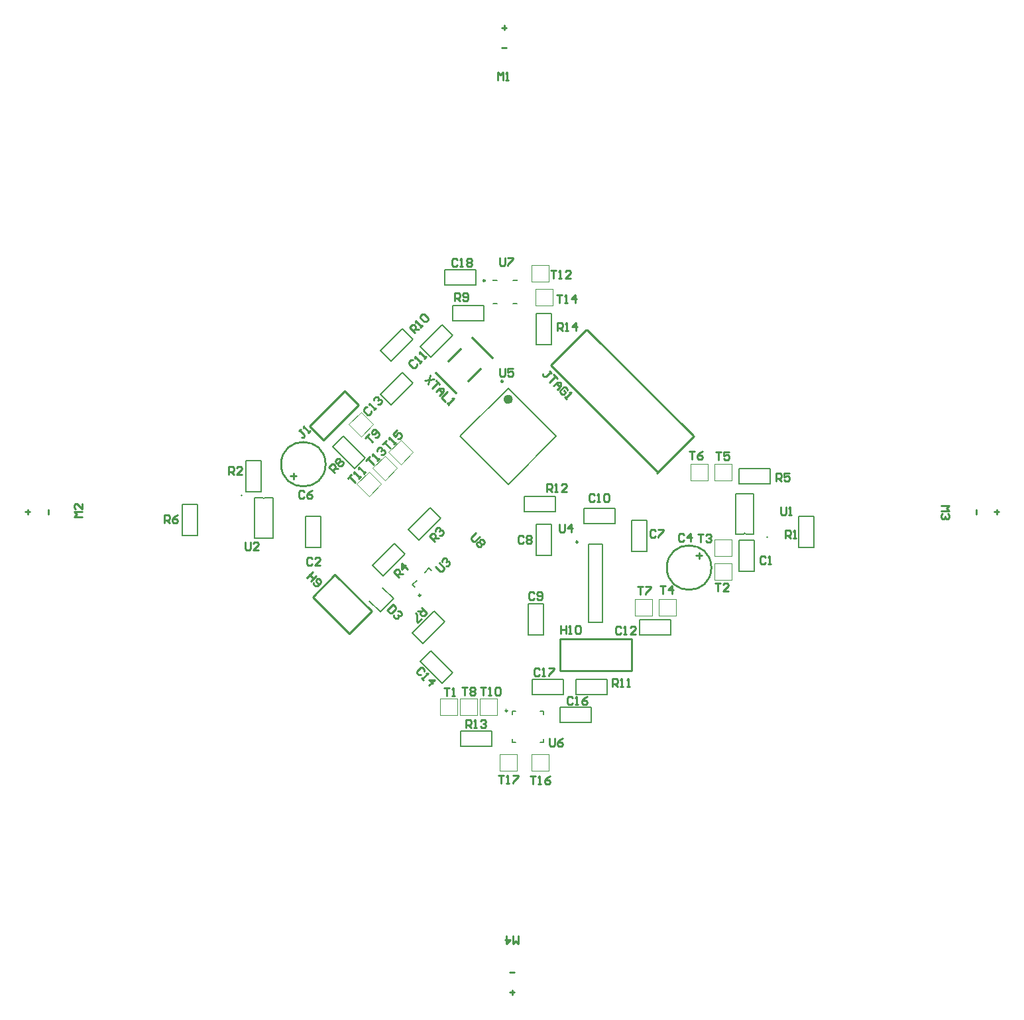
<source format=gto>
%FSLAX25Y25*%
%MOIN*%
G70*
G01*
G75*
%ADD10C,0.03000*%
%ADD11C,0.02000*%
%ADD12C,0.06000*%
G04:AMPARAMS|DCode=13|XSize=70mil|YSize=63mil|CornerRadius=0mil|HoleSize=0mil|Usage=FLASHONLY|Rotation=225.000|XOffset=0mil|YOffset=0mil|HoleType=Round|Shape=Rectangle|*
%AMROTATEDRECTD13*
4,1,4,0.00248,0.04702,0.04702,0.00248,-0.00248,-0.04702,-0.04702,-0.00248,0.00248,0.04702,0.0*
%
%ADD13ROTATEDRECTD13*%

G04:AMPARAMS|DCode=14|XSize=9.84mil|YSize=61.02mil|CornerRadius=0mil|HoleSize=0mil|Usage=FLASHONLY|Rotation=45.000|XOffset=0mil|YOffset=0mil|HoleType=Round|Shape=Round|*
%AMOVALD14*
21,1,0.05118,0.00984,0.00000,0.00000,135.0*
1,1,0.00984,0.01810,-0.01810*
1,1,0.00984,-0.01810,0.01810*
%
%ADD14OVALD14*%

G04:AMPARAMS|DCode=15|XSize=9.84mil|YSize=61.02mil|CornerRadius=0mil|HoleSize=0mil|Usage=FLASHONLY|Rotation=315.000|XOffset=0mil|YOffset=0mil|HoleType=Round|Shape=Round|*
%AMOVALD15*
21,1,0.05118,0.00984,0.00000,0.00000,45.0*
1,1,0.00984,-0.01810,-0.01810*
1,1,0.00984,0.01810,0.01810*
%
%ADD15OVALD15*%

%ADD16O,0.01181X0.05118*%
%ADD17O,0.05118X0.01181*%
%ADD18R,0.05118X0.01181*%
%ADD19O,0.08661X0.02362*%
G04:AMPARAMS|DCode=20|XSize=23.62mil|YSize=62.99mil|CornerRadius=0mil|HoleSize=0mil|Usage=FLASHONLY|Rotation=225.000|XOffset=0mil|YOffset=0mil|HoleType=Round|Shape=Rectangle|*
%AMROTATEDRECTD20*
4,1,4,-0.01392,0.03062,0.03062,-0.01392,0.01392,-0.03062,-0.03062,0.01392,-0.01392,0.03062,0.0*
%
%ADD20ROTATEDRECTD20*%

G04:AMPARAMS|DCode=21|XSize=55.12mil|YSize=66.93mil|CornerRadius=0mil|HoleSize=0mil|Usage=FLASHONLY|Rotation=225.000|XOffset=0mil|YOffset=0mil|HoleType=Round|Shape=Rectangle|*
%AMROTATEDRECTD21*
4,1,4,-0.00418,0.04315,0.04315,-0.00418,0.00418,-0.04315,-0.04315,0.00418,-0.00418,0.04315,0.0*
%
%ADD21ROTATEDRECTD21*%

%ADD22R,0.05118X0.00984*%
%ADD23O,0.05118X0.00984*%
%ADD24O,0.00984X0.05118*%
%ADD25R,0.06299X0.01181*%
%ADD26O,0.06299X0.01181*%
%ADD27R,0.09843X0.09843*%
%ADD28R,0.05118X0.04134*%
%ADD29R,0.26575X0.05118*%
%ADD30R,0.04134X0.05118*%
G04:AMPARAMS|DCode=31|XSize=41.34mil|YSize=51.18mil|CornerRadius=0mil|HoleSize=0mil|Usage=FLASHONLY|Rotation=225.000|XOffset=0mil|YOffset=0mil|HoleType=Round|Shape=Rectangle|*
%AMROTATEDRECTD31*
4,1,4,-0.00348,0.03271,0.03271,-0.00348,0.00348,-0.03271,-0.03271,0.00348,-0.00348,0.03271,0.0*
%
%ADD31ROTATEDRECTD31*%

G04:AMPARAMS|DCode=32|XSize=41.34mil|YSize=51.18mil|CornerRadius=0mil|HoleSize=0mil|Usage=FLASHONLY|Rotation=135.000|XOffset=0mil|YOffset=0mil|HoleType=Round|Shape=Rectangle|*
%AMROTATEDRECTD32*
4,1,4,0.03271,0.00348,-0.00348,-0.03271,-0.03271,-0.00348,0.00348,0.03271,0.03271,0.00348,0.0*
%
%ADD32ROTATEDRECTD32*%

%ADD33R,0.05118X0.26575*%
%ADD34C,0.07000*%
%ADD35C,0.01200*%
%ADD36C,0.04000*%
%ADD37C,0.01500*%
%ADD38C,0.01000*%
%ADD39C,0.02500*%
%ADD40C,0.01400*%
%ADD41P,0.08485X4X360.0*%
%ADD42C,0.06000*%
%ADD43R,0.06000X0.06000*%
%ADD44P,0.08485X4X270.0*%
%ADD45P,0.09900X4X180.0*%
%ADD46C,0.07000*%
%ADD47R,0.06000X0.06000*%
%ADD48C,0.27559*%
%ADD49C,0.06693*%
%ADD50C,0.05000*%
%ADD51C,0.05000*%
%ADD52C,0.02100*%
G04:AMPARAMS|DCode=53|XSize=51mil|YSize=55mil|CornerRadius=0mil|HoleSize=0mil|Usage=FLASHONLY|Rotation=45.000|XOffset=0mil|YOffset=0mil|HoleType=Round|Shape=Rectangle|*
%AMROTATEDRECTD53*
4,1,4,0.00141,-0.03748,-0.03748,0.00141,-0.00141,0.03748,0.03748,-0.00141,0.00141,-0.03748,0.0*
%
%ADD53ROTATEDRECTD53*%

%ADD54R,0.05100X0.05500*%
%ADD55C,0.03937*%
%ADD56C,0.01800*%
%ADD57C,0.07874*%
%ADD58C,0.00984*%
%ADD59C,0.02362*%
%ADD60C,0.00787*%
%ADD61C,0.01181*%
%ADD62C,0.00394*%
%ADD63C,0.00900*%
D38*
X610180Y518000D02*
G03*
X610180Y518000I-11180J0D01*
G01*
X804180Y466000D02*
G03*
X804180Y466000I-11180J0D01*
G01*
X832100Y481500D02*
Y481600D01*
X728000Y414000D02*
Y430000D01*
Y430098D02*
X764000Y430098D01*
X728000Y414098D02*
X764000D01*
X764000Y430098D02*
X764000Y414098D01*
X614929Y462385D02*
X633314Y444000D01*
X603615Y451071D02*
X614929Y462385D01*
X603615Y451071D02*
X622000Y432686D01*
X633314Y444000D01*
X619768Y554839D02*
X626839Y547768D01*
X609161Y530090D02*
X626839Y547768D01*
X602090Y537161D02*
X609161Y530090D01*
X602090Y537161D02*
X603858Y538929D01*
X619768Y554839D01*
X723542Y567709D02*
X777282Y513969D01*
X723542Y567709D02*
X741220Y585387D01*
X741927D01*
X794960Y532353D01*
X776929Y513615D02*
X795314Y532000D01*
X594000Y512500D02*
Y513500D01*
X592500Y512000D02*
X595500D01*
X594000Y510500D02*
Y513000D01*
X702819Y252378D02*
X705181D01*
X704000Y251197D02*
Y253559D01*
X702819Y262614D02*
X705181D01*
X798000Y471500D02*
X798000Y470500D01*
X796500Y472000D02*
X799500Y472000D01*
X798000Y471000D02*
Y473500D01*
X567900Y502500D02*
X567900Y502400D01*
X937386Y492819D02*
Y495181D01*
X946441Y494000D02*
X948803D01*
X947622Y492819D02*
Y495181D01*
X460378Y492819D02*
Y495181D01*
X459197Y494000D02*
X461559D01*
X470614Y492819D02*
Y495181D01*
X698819Y727386D02*
X701181D01*
X700000Y736441D02*
Y738803D01*
X698819Y737622D02*
X701181D01*
D58*
X699430Y559700D02*
G03*
X699430Y559700I-492J0D01*
G01*
X701567Y394071D02*
G03*
X701567Y394071I-492J0D01*
G01*
X737043Y478847D02*
G03*
X737043Y478847I-492J0D01*
G01*
X657934Y452094D02*
G03*
X657934Y452094I-492J0D01*
G01*
X690362Y610409D02*
G03*
X690362Y610409I-492J0D01*
G01*
D59*
X703181Y550652D02*
G03*
X703181Y550652I-1181J0D01*
G01*
D60*
X821616Y482721D02*
G03*
X820337Y482721I-640J0D01*
G01*
X578384Y501280D02*
G03*
X579663Y501280I640J0D01*
G01*
X638733Y455949D02*
X644300Y450381D01*
X637619Y443700D02*
X644300Y450381D01*
X632051Y449267D02*
X637619Y443700D01*
X677780Y532000D02*
X702000Y556220D01*
Y507780D02*
X726220Y532000D01*
X702000Y556220D02*
X726220Y532000D01*
X677780D02*
X702000Y507780D01*
X704126Y378126D02*
Y379898D01*
Y378126D02*
X705898D01*
X718102D02*
X719874D01*
Y379898D01*
Y392102D02*
Y393874D01*
X718102D02*
X719874D01*
X704126D02*
X705898D01*
X704126Y392102D02*
Y393874D01*
X742457Y438315D02*
Y477685D01*
X749544D02*
X749544Y438315D01*
X742457Y477685D02*
X749544D01*
X742457Y438315D02*
X749544Y438315D01*
X659947Y463508D02*
X662174Y465735D01*
X663288Y464622D01*
X653822Y457383D02*
X656049Y459611D01*
X653822Y457383D02*
X654936Y456270D01*
X694594Y610605D02*
Y610704D01*
Y610605D02*
X696465D01*
X704535D02*
X706405D01*
Y610704D01*
Y598696D02*
Y598795D01*
X704535D02*
X706405D01*
X694594D02*
X696465D01*
X694594Y598696D02*
Y598795D01*
X821616Y482721D02*
X825563Y482720D01*
X816390Y482721D02*
X820337Y482720D01*
X816390Y482721D02*
X816390Y503193D01*
X825563D01*
X825563Y482720D01*
X818260Y464126D02*
X822000D01*
X818260D02*
Y479874D01*
X825740D01*
Y464126D02*
Y479874D01*
X822000Y464126D02*
X825740D01*
X720000Y593874D02*
X723740D01*
Y578126D02*
Y593874D01*
X716260Y578126D02*
X723740D01*
X716260D02*
Y593874D01*
X720000D01*
X574437Y480807D02*
X574437Y501279D01*
X574437Y480807D02*
X583610Y480807D01*
X583610Y501279D02*
X583610Y480807D01*
X579663Y501280D02*
X583610Y501279D01*
X574437D02*
X578384Y501279D01*
X604000Y491874D02*
X607740D01*
Y476126D02*
Y491874D01*
X600260Y476126D02*
X607740D01*
X600260D02*
Y491874D01*
X604000D01*
X764260Y474126D02*
X768000D01*
X764260D02*
Y489874D01*
X771740D01*
Y474126D02*
Y489874D01*
X768000Y474126D02*
X771740D01*
X716260Y472126D02*
X720000D01*
X716260D02*
Y487874D01*
X723740D01*
Y472126D02*
Y487874D01*
X720000Y472126D02*
X723740D01*
X712260Y432126D02*
X716000D01*
X712260D02*
Y447874D01*
X719740D01*
Y432126D02*
Y447874D01*
X716000Y432126D02*
X719740D01*
X755874Y488260D02*
Y492000D01*
X740126Y488260D02*
X755874D01*
X740126D02*
Y495740D01*
X755874D01*
Y492000D02*
Y495740D01*
X671568Y585568D02*
X674213Y582923D01*
X663077Y571788D02*
X674213Y582923D01*
X657788Y577077D02*
X663077Y571788D01*
X657788Y577077D02*
X668923Y588212D01*
X671568Y585568D01*
X768126Y436000D02*
Y439740D01*
X783874D01*
Y432260D02*
Y439740D01*
X768126Y432260D02*
X783874D01*
X768126D02*
Y436000D01*
X651568Y561568D02*
X654213Y558923D01*
X643077Y547788D02*
X654213Y558923D01*
X637787Y553077D02*
X643077Y547788D01*
X637787Y553077D02*
X648923Y564213D01*
X651568Y561568D01*
X668923Y407788D02*
X671568Y410432D01*
X657788Y418923D02*
X668923Y407788D01*
X657788Y418923D02*
X663077Y424213D01*
X674213Y413077D01*
X671568Y410432D02*
X674213Y413077D01*
X728126Y392000D02*
Y395740D01*
X743874D01*
Y388260D02*
Y395740D01*
X728126Y388260D02*
X743874D01*
X728126D02*
Y392000D01*
X729874Y402260D02*
Y406000D01*
X714126Y402260D02*
X729874D01*
X714126D02*
Y409740D01*
X729874D01*
Y406000D02*
Y409740D01*
X685874Y608260D02*
Y612000D01*
X670126Y608260D02*
X685874D01*
X670126D02*
Y615740D01*
X685874D01*
Y612000D02*
Y615740D01*
X852000Y491874D02*
X855740D01*
Y476126D02*
Y491874D01*
X848260Y476126D02*
X855740D01*
X848260D02*
Y491874D01*
X852000D01*
X570260Y504126D02*
X574000D01*
X570260D02*
Y519874D01*
X577740D01*
Y504126D02*
Y519874D01*
X574000Y504126D02*
X577740D01*
X665568Y493568D02*
X668213Y490923D01*
X657077Y479787D02*
X668213Y490923D01*
X651788Y485077D02*
X657077Y479787D01*
X651788Y485077D02*
X662923Y496212D01*
X665568Y493568D01*
X647568Y475568D02*
X650212Y472923D01*
X639077Y461788D02*
X650212Y472923D01*
X633787Y467077D02*
X639077Y461788D01*
X633787Y467077D02*
X644923Y478212D01*
X647568Y475568D01*
X818126Y512000D02*
Y515740D01*
X833874D01*
Y508260D02*
Y515740D01*
X818126Y508260D02*
X833874D01*
X818126D02*
Y512000D01*
X538260Y482126D02*
X542000D01*
X538260D02*
Y497874D01*
X545740D01*
Y482126D02*
Y497874D01*
X542000Y482126D02*
X545740D01*
X667568Y441568D02*
X670213Y438923D01*
X659077Y427787D02*
X670213Y438923D01*
X653788Y433077D02*
X659077Y427787D01*
X653788Y433077D02*
X664923Y444212D01*
X667568Y441568D01*
X616432Y529568D02*
X619077Y532212D01*
X630212Y521077D01*
X624923Y515788D02*
X630212Y521077D01*
X613788Y526923D02*
X624923Y515788D01*
X613788Y526923D02*
X616432Y529568D01*
X689874Y590260D02*
Y594000D01*
X674126Y590260D02*
X689874D01*
X674126D02*
Y597740D01*
X689874D01*
Y594000D02*
Y597740D01*
X651568Y583568D02*
X654213Y580923D01*
X643077Y569788D02*
X654213Y580923D01*
X637787Y575077D02*
X643077Y569788D01*
X637787Y575077D02*
X648923Y586212D01*
X651568Y583568D01*
X736126Y406000D02*
Y409740D01*
X751874D01*
Y402260D02*
Y409740D01*
X736126Y402260D02*
X751874D01*
X736126D02*
Y406000D01*
X725874Y494260D02*
Y498000D01*
X710126Y494260D02*
X725874D01*
X710126D02*
Y501740D01*
X725874D01*
Y498000D02*
Y501740D01*
X693874Y376260D02*
Y380000D01*
X678126Y376260D02*
X693874D01*
X678126D02*
Y383740D01*
X693874D01*
Y380000D02*
Y383740D01*
D61*
X681930Y559696D02*
X687985Y565751D01*
X672048Y569718D02*
X678103Y575773D01*
X684018Y581550D02*
X694040Y571527D01*
X665854Y563941D02*
X675876Y553919D01*
D62*
X706300Y363700D02*
Y372300D01*
X697700Y363700D02*
X706300D01*
X697700Y372300D02*
X706300D01*
X697700Y363700D02*
Y372300D01*
X802300Y518300D02*
X802300Y509700D01*
X793700D02*
X802300D01*
X793700Y518300D02*
X802300D01*
X793700Y509700D02*
X793700Y518300D01*
X805700Y509700D02*
X814300D01*
X805700D02*
Y518300D01*
X814300Y509700D02*
X814300Y518300D01*
X805700D02*
X814300D01*
X814300Y471700D02*
Y480300D01*
X805700Y471700D02*
X814300Y471700D01*
X805700Y480300D02*
X814300Y480300D01*
X805700Y471700D02*
X805700Y480300D01*
X805700Y459700D02*
X805700Y468300D01*
X814300D01*
X805700Y459700D02*
X814300Y459700D01*
X814300Y468300D01*
X722300Y363700D02*
Y372300D01*
X713700Y363700D02*
X722300D01*
X713700Y372300D02*
X722300D01*
X713700Y363700D02*
Y372300D01*
X667700Y391700D02*
X676300D01*
X667700D02*
Y400300D01*
X676300Y391700D02*
Y400300D01*
X667700D02*
X676300D01*
X677700Y391700D02*
X686300D01*
X677700D02*
Y400300D01*
X686300Y391700D02*
Y400300D01*
X677700D02*
X686300D01*
X696300Y391700D02*
Y400300D01*
X687700Y391700D02*
X696300D01*
X687700Y400300D02*
X696300D01*
X687700Y391700D02*
Y400300D01*
X722300Y609700D02*
Y618300D01*
X713700Y609700D02*
X722300D01*
X713700Y618300D02*
X722300D01*
X713700Y609700D02*
Y618300D01*
X724300Y597700D02*
Y606300D01*
X715700Y597700D02*
X724300D01*
X715700Y606300D02*
X724300D01*
X715700Y597700D02*
Y606300D01*
X765700Y441700D02*
X774300D01*
X765700D02*
Y450300D01*
X774300Y441700D02*
Y450300D01*
X765700D02*
X774300D01*
X777700Y441700D02*
X786300D01*
X777700D02*
Y450300D01*
X786300Y441700D02*
Y450300D01*
X777700D02*
X786300D01*
X633919Y516000D02*
X640000Y522081D01*
X646081Y516000D01*
X633919D02*
X640000Y509919D01*
X646081Y516000D01*
X648000Y530081D02*
X654081Y524000D01*
X648000Y517919D02*
X654081Y524000D01*
X641919D02*
X648000Y530081D01*
X641919Y524000D02*
X648000Y517919D01*
X628000Y531919D02*
X634081Y538000D01*
X621919D02*
X628000Y531919D01*
Y544081D02*
X634081Y538000D01*
X621919D02*
X628000Y544081D01*
X632000Y514081D02*
X638081Y508000D01*
X632000Y501919D02*
X638081Y508000D01*
X625919D02*
X632000Y514081D01*
X625919Y508000D02*
X632000Y501919D01*
D63*
X726700Y585300D02*
Y589299D01*
X728699D01*
X729366Y588632D01*
Y587299D01*
X728699Y586633D01*
X726700D01*
X728033D02*
X729366Y585300D01*
X730699D02*
X732032D01*
X731365D01*
Y589299D01*
X730699Y588632D01*
X736030Y585300D02*
Y589299D01*
X734031Y587299D01*
X736697D01*
X680800Y385500D02*
Y389499D01*
X682799D01*
X683466Y388832D01*
Y387499D01*
X682799Y386833D01*
X680800D01*
X682133D02*
X683466Y385500D01*
X684799D02*
X686132D01*
X685465D01*
Y389499D01*
X684799Y388832D01*
X688131D02*
X688797Y389499D01*
X690130D01*
X690797Y388832D01*
Y388166D01*
X690130Y387499D01*
X689464D01*
X690130D01*
X690797Y386833D01*
Y386166D01*
X690130Y385500D01*
X688797D01*
X688131Y386166D01*
X707151Y280809D02*
Y276810D01*
X705818Y278143D01*
X704485Y276810D01*
Y280809D01*
X701153D02*
Y276810D01*
X703152Y278809D01*
X700487D01*
X696900Y711100D02*
Y715099D01*
X698233Y713766D01*
X699566Y715099D01*
Y711100D01*
X700899D02*
X702232D01*
X701565D01*
Y715099D01*
X700899Y714432D01*
X487780Y491480D02*
X483781D01*
X485114Y492813D01*
X483781Y494145D01*
X487780D01*
Y498144D02*
Y495478D01*
X485114Y498144D01*
X484448D01*
X483781Y497478D01*
Y496145D01*
X484448Y495478D01*
X919900Y497200D02*
X923899D01*
X922566Y495867D01*
X923899Y494534D01*
X919900D01*
X923232Y493201D02*
X923899Y492535D01*
Y491202D01*
X923232Y490535D01*
X922566D01*
X921899Y491202D01*
Y491868D01*
Y491202D01*
X921233Y490535D01*
X920566D01*
X919900Y491202D01*
Y492535D01*
X920566Y493201D01*
X697000Y361599D02*
X699666D01*
X698333D01*
Y357600D01*
X700999D02*
X702332D01*
X701665D01*
Y361599D01*
X700999Y360932D01*
X704331Y361599D02*
X706997D01*
Y360932D01*
X704331Y358266D01*
Y357600D01*
X713000Y361099D02*
X715666D01*
X714333D01*
Y357100D01*
X716999D02*
X718332D01*
X717665D01*
Y361099D01*
X716999Y360432D01*
X722997Y361099D02*
X721664Y360432D01*
X720331Y359099D01*
Y357766D01*
X720997Y357100D01*
X722330D01*
X722997Y357766D01*
Y358433D01*
X722330Y359099D01*
X720331D01*
X638872Y528027D02*
X640758Y529913D01*
X639815Y528970D01*
X642642Y526143D01*
X644527Y528027D02*
X645470Y528970D01*
X644999Y528499D01*
X642171Y531326D01*
Y530384D01*
X645941Y535096D02*
X644056Y533211D01*
X645470Y531798D01*
X645941Y533211D01*
X646413Y533682D01*
X647355D01*
X648298Y532740D01*
Y531798D01*
X647355Y530855D01*
X646413D01*
X726300Y603199D02*
X728966D01*
X727633D01*
Y599200D01*
X730299D02*
X731632D01*
X730965D01*
Y603199D01*
X730299Y602532D01*
X735630Y599200D02*
Y603199D01*
X733631Y601199D01*
X736297D01*
X630573Y519828D02*
X632457Y521712D01*
X631515Y520770D01*
X634342Y517942D01*
X636228Y519828D02*
X637170Y520770D01*
X636699Y520299D01*
X633871Y523126D01*
Y522184D01*
X636228Y524540D02*
Y525483D01*
X637170Y526425D01*
X638112D01*
X638584Y525954D01*
Y525011D01*
X638112Y524540D01*
X638584Y525011D01*
X639526D01*
X639997Y524540D01*
Y523597D01*
X639055Y522655D01*
X638112D01*
X723500Y615599D02*
X726166D01*
X724833D01*
Y611600D01*
X727499D02*
X728832D01*
X728165D01*
Y615599D01*
X727499Y614932D01*
X733497Y611600D02*
X730831D01*
X733497Y614266D01*
Y614932D01*
X732830Y615599D01*
X731497D01*
X730831Y614932D01*
X621273Y510827D02*
X623158Y512712D01*
X622215Y511770D01*
X625042Y508943D01*
X626928Y510827D02*
X627870Y511770D01*
X627399Y511299D01*
X624571Y514126D01*
Y513184D01*
X629284D02*
X630226Y514126D01*
X629755Y513655D01*
X626928Y516482D01*
Y515540D01*
X688000Y405899D02*
X690666D01*
X689333D01*
Y401900D01*
X691999D02*
X693332D01*
X692665D01*
Y405899D01*
X691999Y405232D01*
X695331D02*
X695997Y405899D01*
X697330D01*
X697997Y405232D01*
Y402566D01*
X697330Y401900D01*
X695997D01*
X695331Y402566D01*
Y405232D01*
X630072Y531128D02*
X631957Y533012D01*
X631015Y532070D01*
X633843Y529243D01*
X635256Y531599D02*
X636199D01*
X637141Y532541D01*
Y533484D01*
X635256Y535369D01*
X634314D01*
X633371Y534426D01*
Y533484D01*
X633843Y533012D01*
X634785D01*
X636199Y534426D01*
X678800Y405799D02*
X681466D01*
X680133D01*
Y401800D01*
X682799Y405132D02*
X683465Y405799D01*
X684798D01*
X685464Y405132D01*
Y404466D01*
X684798Y403799D01*
X685464Y403133D01*
Y402466D01*
X684798Y401800D01*
X683465D01*
X682799Y402466D01*
Y403133D01*
X683465Y403799D01*
X682799Y404466D01*
Y405132D01*
X683465Y403799D02*
X684798D01*
X767100Y456499D02*
X769766D01*
X768433D01*
Y452500D01*
X771099Y456499D02*
X773765D01*
Y455832D01*
X771099Y453166D01*
Y452500D01*
X793000Y524499D02*
X795666D01*
X794333D01*
Y520500D01*
X799664Y524499D02*
X798332Y523832D01*
X796999Y522499D01*
Y521166D01*
X797665Y520500D01*
X798998D01*
X799664Y521166D01*
Y521833D01*
X798998Y522499D01*
X796999D01*
X806500Y523999D02*
X809166D01*
X807833D01*
Y520000D01*
X813165Y523999D02*
X810499D01*
Y521999D01*
X811832Y522666D01*
X812498D01*
X813165Y521999D01*
Y520666D01*
X812498Y520000D01*
X811165D01*
X810499Y520666D01*
X778400Y456799D02*
X781066D01*
X779733D01*
Y452800D01*
X784398D02*
Y456799D01*
X782399Y454799D01*
X785065D01*
X797500Y482899D02*
X800166D01*
X798833D01*
Y478900D01*
X801499Y482232D02*
X802165Y482899D01*
X803498D01*
X804165Y482232D01*
Y481566D01*
X803498Y480899D01*
X802832D01*
X803498D01*
X804165Y480233D01*
Y479566D01*
X803498Y478900D01*
X802165D01*
X801499Y479566D01*
X806200Y458099D02*
X808866D01*
X807533D01*
Y454100D01*
X812864D02*
X810199D01*
X812864Y456766D01*
Y457432D01*
X812198Y458099D01*
X810865D01*
X810199Y457432D01*
X669700Y405499D02*
X672366D01*
X671033D01*
Y401500D01*
X673699D02*
X675032D01*
X674365D01*
Y405499D01*
X673699Y404832D01*
X599466Y504132D02*
X598799Y504799D01*
X597466D01*
X596800Y504132D01*
Y501466D01*
X597466Y500800D01*
X598799D01*
X599466Y501466D01*
X603465Y504799D02*
X602132Y504132D01*
X600799Y502799D01*
Y501466D01*
X601465Y500800D01*
X602798D01*
X603465Y501466D01*
Y502133D01*
X602798Y502799D01*
X600799D01*
X723812Y563942D02*
X722870Y564885D01*
X723341Y564414D01*
X720985Y562057D01*
X720043D01*
X719571Y562529D01*
Y563471D01*
X724755Y563000D02*
X726640Y561115D01*
X725698Y562057D01*
X722870Y559230D01*
X724755Y557345D02*
X726640Y559230D01*
X728525D01*
X728525Y557345D01*
X726640Y555460D01*
X728054Y556874D01*
X726169Y558759D01*
X731824Y554989D02*
Y555931D01*
X730881Y556874D01*
X729939D01*
X728054Y554989D01*
Y554046D01*
X728996Y553104D01*
X729939D01*
X730881Y554046D01*
X729939Y554989D01*
X730410Y551690D02*
X731353Y550747D01*
X730881Y551219D01*
X733709Y554046D01*
X732766D01*
X597657Y535612D02*
X596715Y534670D01*
X597186Y535141D01*
X599543Y532785D01*
Y531843D01*
X599071Y531371D01*
X598129D01*
X601428Y533728D02*
X602370Y534670D01*
X601899Y534199D01*
X599071Y537026D01*
Y536084D01*
X831566Y471132D02*
X830899Y471799D01*
X829566D01*
X828900Y471132D01*
Y468466D01*
X829566Y467800D01*
X830899D01*
X831566Y468466D01*
X832899Y467800D02*
X834232D01*
X833565D01*
Y471799D01*
X832899Y471132D01*
X603266Y470532D02*
X602599Y471199D01*
X601266D01*
X600600Y470532D01*
Y467866D01*
X601266Y467200D01*
X602599D01*
X603266Y467866D01*
X607265Y467200D02*
X604599D01*
X607265Y469866D01*
Y470532D01*
X606598Y471199D01*
X605265D01*
X604599Y470532D01*
X790566Y482632D02*
X789899Y483299D01*
X788566D01*
X787900Y482632D01*
Y479966D01*
X788566Y479300D01*
X789899D01*
X790566Y479966D01*
X793898Y479300D02*
Y483299D01*
X791899Y481299D01*
X794564D01*
X776066Y484532D02*
X775399Y485199D01*
X774066D01*
X773400Y484532D01*
Y481866D01*
X774066Y481200D01*
X775399D01*
X776066Y481866D01*
X777399Y485199D02*
X780064D01*
Y484532D01*
X777399Y481866D01*
Y481200D01*
X709766Y481432D02*
X709099Y482099D01*
X707766D01*
X707100Y481432D01*
Y478766D01*
X707766Y478100D01*
X709099D01*
X709766Y478766D01*
X711099Y481432D02*
X711765Y482099D01*
X713098D01*
X713764Y481432D01*
Y480766D01*
X713098Y480099D01*
X713764Y479433D01*
Y478766D01*
X713098Y478100D01*
X711765D01*
X711099Y478766D01*
Y479433D01*
X711765Y480099D01*
X711099Y480766D01*
Y481432D01*
X711765Y480099D02*
X713098D01*
X715066Y453232D02*
X714399Y453899D01*
X713066D01*
X712400Y453232D01*
Y450566D01*
X713066Y449900D01*
X714399D01*
X715066Y450566D01*
X716399D02*
X717065Y449900D01*
X718398D01*
X719065Y450566D01*
Y453232D01*
X718398Y453899D01*
X717065D01*
X716399Y453232D01*
Y452566D01*
X717065Y451899D01*
X719065D01*
X745366Y502632D02*
X744699Y503299D01*
X743366D01*
X742700Y502632D01*
Y499966D01*
X743366Y499300D01*
X744699D01*
X745366Y499966D01*
X746699Y499300D02*
X748032D01*
X747365D01*
Y503299D01*
X746699Y502632D01*
X750031D02*
X750697Y503299D01*
X752030D01*
X752697Y502632D01*
Y499966D01*
X752030Y499300D01*
X750697D01*
X750031Y499966D01*
Y502632D01*
X654129Y570341D02*
X653186D01*
X652244Y569399D01*
Y568456D01*
X654129Y566571D01*
X655071D01*
X656014Y567514D01*
Y568456D01*
X657428Y568927D02*
X658370Y569870D01*
X657899Y569399D01*
X655071Y572226D01*
Y571284D01*
X659784D02*
X660726Y572226D01*
X660255Y571755D01*
X657428Y574582D01*
Y573640D01*
X758866Y435732D02*
X758199Y436399D01*
X756866D01*
X756200Y435732D01*
Y433066D01*
X756866Y432400D01*
X758199D01*
X758866Y433066D01*
X760199Y432400D02*
X761532D01*
X760865D01*
Y436399D01*
X760199Y435732D01*
X766197Y432400D02*
X763531D01*
X766197Y435066D01*
Y435732D01*
X765530Y436399D01*
X764197D01*
X763531Y435732D01*
X631229Y546741D02*
X630286D01*
X629344Y545799D01*
Y544856D01*
X631229Y542971D01*
X632171D01*
X633114Y543914D01*
Y544856D01*
X634527Y545328D02*
X635470Y546270D01*
X634999Y545799D01*
X632171Y548626D01*
Y547684D01*
X634527Y550040D02*
Y550983D01*
X635470Y551925D01*
X636412D01*
X636884Y551454D01*
Y550511D01*
X636412Y550040D01*
X636884Y550511D01*
X637826D01*
X638298Y550040D01*
Y549097D01*
X637355Y548155D01*
X636412D01*
X734266Y400632D02*
X733599Y401299D01*
X732266D01*
X731600Y400632D01*
Y397966D01*
X732266Y397300D01*
X733599D01*
X734266Y397966D01*
X735599Y397300D02*
X736932D01*
X736265D01*
Y401299D01*
X735599Y400632D01*
X741597Y401299D02*
X740264Y400632D01*
X738931Y399299D01*
Y397966D01*
X739597Y397300D01*
X740930D01*
X741597Y397966D01*
Y398633D01*
X740930Y399299D01*
X738931D01*
X717666Y414932D02*
X716999Y415599D01*
X715666D01*
X715000Y414932D01*
Y412266D01*
X715666Y411600D01*
X716999D01*
X717666Y412266D01*
X718999Y411600D02*
X720332D01*
X719665D01*
Y415599D01*
X718999Y414932D01*
X722331Y415599D02*
X724997D01*
Y414932D01*
X722331Y412266D01*
Y411600D01*
X676466Y620932D02*
X675799Y621599D01*
X674466D01*
X673800Y620932D01*
Y618266D01*
X674466Y617600D01*
X675799D01*
X676466Y618266D01*
X677799Y617600D02*
X679132D01*
X678465D01*
Y621599D01*
X677799Y620932D01*
X681131D02*
X681797Y621599D01*
X683130D01*
X683797Y620932D01*
Y620266D01*
X683130Y619599D01*
X683797Y618933D01*
Y618266D01*
X683130Y617600D01*
X681797D01*
X681131Y618266D01*
Y618933D01*
X681797Y619599D01*
X681131Y620266D01*
Y620932D01*
X681797Y619599D02*
X683130D01*
X603627Y463728D02*
X600800Y460900D01*
X602214Y462314D01*
X604099Y460429D01*
X605513Y461842D01*
X602685Y459015D01*
X604099Y458544D02*
Y457601D01*
X605041Y456659D01*
X605984D01*
X607869Y458544D01*
Y459486D01*
X606926Y460429D01*
X605984D01*
X605513Y459958D01*
Y459015D01*
X606926Y457601D01*
X728400Y436899D02*
Y432900D01*
Y434899D01*
X731066D01*
Y436899D01*
Y432900D01*
X732399D02*
X733732D01*
X733065D01*
Y436899D01*
X732399Y436232D01*
X735731D02*
X736397Y436899D01*
X737730D01*
X738397Y436232D01*
Y433566D01*
X737730Y432900D01*
X736397D01*
X735731Y433566D01*
Y436232D01*
X841300Y480700D02*
Y484699D01*
X843299D01*
X843966Y484032D01*
Y482699D01*
X843299Y482033D01*
X841300D01*
X842633D02*
X843966Y480700D01*
X845299D02*
X846632D01*
X845965D01*
Y484699D01*
X845299Y484032D01*
X561500Y512700D02*
Y516699D01*
X563499D01*
X564166Y516032D01*
Y514699D01*
X563499Y514033D01*
X561500D01*
X562833D02*
X564166Y512700D01*
X568164D02*
X565499D01*
X568164Y515366D01*
Y516032D01*
X567498Y516699D01*
X566165D01*
X565499Y516032D01*
X665100Y479000D02*
X662273Y481827D01*
X663686Y483241D01*
X664629D01*
X665571Y482299D01*
Y481356D01*
X664157Y479943D01*
X665100Y480885D02*
X666985D01*
X665571Y484184D02*
Y485126D01*
X666514Y486069D01*
X667456D01*
X667928Y485598D01*
Y484655D01*
X667456Y484184D01*
X667928Y484655D01*
X668870D01*
X669341Y484184D01*
Y483241D01*
X668399Y482299D01*
X667456D01*
X647100Y461000D02*
X644273Y463828D01*
X645686Y465241D01*
X646629D01*
X647571Y464299D01*
Y463356D01*
X646158Y461942D01*
X647100Y462885D02*
X648985D01*
X651341Y465241D02*
X648514Y468069D01*
X648514Y465241D01*
X650399Y467126D01*
X836700Y509400D02*
Y513399D01*
X838699D01*
X839366Y512732D01*
Y511399D01*
X838699Y510733D01*
X836700D01*
X838033D02*
X839366Y509400D01*
X843365Y513399D02*
X840699D01*
Y511399D01*
X842032Y512066D01*
X842698D01*
X843365Y511399D01*
Y510066D01*
X842698Y509400D01*
X841365D01*
X840699Y510066D01*
X529200Y488400D02*
Y492399D01*
X531199D01*
X531866Y491732D01*
Y490399D01*
X531199Y489733D01*
X529200D01*
X530533D02*
X531866Y488400D01*
X535864Y492399D02*
X534532Y491732D01*
X533199Y490399D01*
Y489066D01*
X533865Y488400D01*
X535198D01*
X535864Y489066D01*
Y489733D01*
X535198Y490399D01*
X533199D01*
X658400Y445900D02*
X661228Y443073D01*
X659814Y441659D01*
X658871D01*
X657929Y442601D01*
Y443544D01*
X659342Y444957D01*
X658400Y444015D02*
X656515D01*
X658400Y440245D02*
X656515Y438360D01*
X656044Y438831D01*
Y442601D01*
X655573Y443073D01*
X614700Y513800D02*
X611872Y516628D01*
X613286Y518041D01*
X614229D01*
X615171Y517099D01*
Y516156D01*
X613758Y514743D01*
X614700Y515685D02*
X616585D01*
X615171Y518984D02*
Y519926D01*
X616114Y520869D01*
X617056D01*
X617527Y520398D01*
Y519455D01*
X618470D01*
X618941Y518984D01*
Y518041D01*
X617999Y517099D01*
X617056D01*
X616585Y517570D01*
Y518512D01*
X615642D01*
X615171Y518984D01*
X616585Y518512D02*
X617527Y519455D01*
X675100Y600200D02*
Y604199D01*
X677099D01*
X677766Y603532D01*
Y602199D01*
X677099Y601533D01*
X675100D01*
X676433D02*
X677766Y600200D01*
X679099Y600866D02*
X679765Y600200D01*
X681098D01*
X681765Y600866D01*
Y603532D01*
X681098Y604199D01*
X679765D01*
X679099Y603532D01*
Y602866D01*
X679765Y602199D01*
X681765D01*
X655100Y584000D02*
X652273Y586828D01*
X653686Y588241D01*
X654629D01*
X655571Y587299D01*
Y586356D01*
X654157Y584942D01*
X655100Y585885D02*
X656985D01*
X657928Y586828D02*
X658870Y587770D01*
X658399Y587299D01*
X655571Y590126D01*
Y589184D01*
X657928Y591540D02*
Y592483D01*
X658870Y593425D01*
X659812D01*
X661697Y591540D01*
Y590597D01*
X660755Y589655D01*
X659812D01*
X657928Y591540D01*
X754300Y406100D02*
Y410099D01*
X756299D01*
X756966Y409432D01*
Y408099D01*
X756299Y407433D01*
X754300D01*
X755633D02*
X756966Y406100D01*
X758299D02*
X759632D01*
X758965D01*
Y410099D01*
X758299Y409432D01*
X761631Y406100D02*
X762964D01*
X762297D01*
Y410099D01*
X761631Y409432D01*
X721400Y504300D02*
Y508299D01*
X723399D01*
X724066Y507632D01*
Y506299D01*
X723399Y505633D01*
X721400D01*
X722733D02*
X724066Y504300D01*
X725399D02*
X726732D01*
X726065D01*
Y508299D01*
X725399Y507632D01*
X731397Y504300D02*
X728731D01*
X731397Y506966D01*
Y507632D01*
X730730Y508299D01*
X729397D01*
X728731Y507632D01*
X839100Y496499D02*
Y493166D01*
X839767Y492500D01*
X841099D01*
X841766Y493166D01*
Y496499D01*
X843099Y492500D02*
X844432D01*
X843765D01*
Y496499D01*
X843099Y495832D01*
X569900Y478699D02*
Y475366D01*
X570566Y474700D01*
X571899D01*
X572566Y475366D01*
Y478699D01*
X576565Y474700D02*
X573899D01*
X576565Y477366D01*
Y478032D01*
X575898Y478699D01*
X574565D01*
X573899Y478032D01*
X697800Y621799D02*
Y618466D01*
X698466Y617800D01*
X699799D01*
X700466Y618466D01*
Y621799D01*
X701799D02*
X704464D01*
Y621132D01*
X701799Y618466D01*
Y617800D01*
X685728Y483528D02*
X683371Y481171D01*
Y480229D01*
X684314Y479286D01*
X685256D01*
X687612Y481642D01*
X688084Y480229D02*
X689026D01*
X689969Y479286D01*
Y478344D01*
X689498Y477873D01*
X688555D01*
Y476930D01*
X688084Y476459D01*
X687141D01*
X686199Y477401D01*
Y478344D01*
X686670Y478815D01*
X687612D01*
Y479757D01*
X688084Y480229D01*
X687612Y478815D02*
X688555Y477873D01*
X662827Y562827D02*
X661885Y558115D01*
X664712Y560943D02*
X660000Y560000D01*
X665655D02*
X667540Y558115D01*
X666598Y559058D01*
X663770Y556230D01*
X665655Y554345D02*
X667540Y556230D01*
X669425D01*
X669425Y554345D01*
X667540Y552460D01*
X668954Y553874D01*
X667069Y555759D01*
X671310Y554345D02*
X668482Y551517D01*
X670368Y549632D01*
X671310Y548690D02*
X672253Y547747D01*
X671781Y548219D01*
X674609Y551046D01*
X673666D01*
X665473Y466428D02*
X667829Y464071D01*
X668771D01*
X669714Y465014D01*
Y465956D01*
X667357Y468313D01*
X668771Y468784D02*
Y469726D01*
X669714Y470669D01*
X670656D01*
X671128Y470197D01*
Y469255D01*
X670656Y468784D01*
X671128Y469255D01*
X672070D01*
X672541Y468784D01*
Y467841D01*
X671599Y466899D01*
X670656D01*
X727800Y487699D02*
Y484366D01*
X728466Y483700D01*
X729799D01*
X730466Y484366D01*
Y487699D01*
X733798Y483700D02*
Y487699D01*
X731799Y485699D01*
X734465D01*
X659841Y413871D02*
Y414814D01*
X658899Y415756D01*
X657956D01*
X656071Y413871D01*
Y412929D01*
X657014Y411986D01*
X657956D01*
X658427Y410572D02*
X659370Y409630D01*
X658899Y410101D01*
X661726Y412929D01*
X660784D01*
X662197Y406803D02*
X665025Y409630D01*
X662197D01*
X664082Y407745D01*
X722800Y379999D02*
Y376666D01*
X723466Y376000D01*
X724799D01*
X725466Y376666D01*
Y379999D01*
X729464D02*
X728132Y379332D01*
X726799Y377999D01*
Y376666D01*
X727465Y376000D01*
X728798D01*
X729464Y376666D01*
Y377333D01*
X728798Y377999D01*
X726799D01*
X697600Y566199D02*
Y562866D01*
X698266Y562200D01*
X699599D01*
X700266Y562866D01*
Y566199D01*
X704264D02*
X701599D01*
Y564199D01*
X702932Y564866D01*
X703598D01*
X704264Y564199D01*
Y562866D01*
X703598Y562200D01*
X702265D01*
X701599Y562866D01*
X644028Y447428D02*
X641200Y444600D01*
X642614Y443186D01*
X643556D01*
X645441Y445071D01*
Y446014D01*
X644028Y447428D01*
X646384Y444129D02*
X647326D01*
X648269Y443186D01*
Y442244D01*
X647797Y441773D01*
X646855D01*
X646384Y442244D01*
X646855Y441773D01*
Y440830D01*
X646384Y440359D01*
X645441D01*
X644499Y441301D01*
Y442244D01*
M02*

</source>
